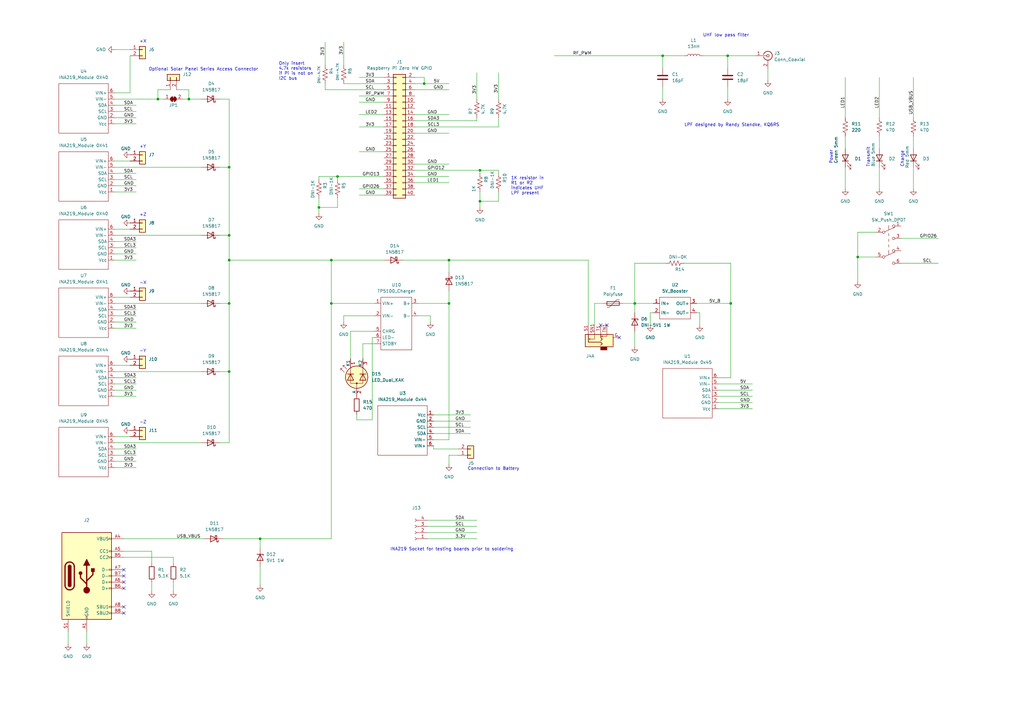
<source format=kicad_sch>
(kicad_sch (version 20230121) (generator eeschema)
  (paper "A3")
  (title_block (title "AMSAT Main Board") (company "NTUT") (comment 1 "Created from AMSAT Hardware Design V1.2"))
  (lib_symbols
    (symbol "1N5817_1" (pin_numbers hide) (pin_names (offset 1.016) hide)
      (property "Reference" "D4" (at -0.3175 -6.35 0))
      (property "Value" "1N5817" (at -0.3175 -3.81 0))
      (symbol "1N5817_1_1_1"
        (pin passive line (at -3.81 0 0) (length 2.54) (name "K") (number "1"))
        (pin passive line (at 3.81 0 180) (length 2.54) (name "A") (number "2"))
      )
    )
    (symbol "Connector:AudioJack2_Dual_Ground_Switch"
      (property "Reference" "J" (at 0 11.43 0))
      (property "Value" "AudioJack2_Dual_Ground_Switch" (at 0 8.89 0))
      (symbol "AudioJack2_Dual_Ground_Switch_1_1"
        (pin passive line (at 0 -7.62 90) (length 2.54) (name "~") (number "G"))
        (pin passive line (at 5.08 5.08 180) (length 2.54) (name "~") (number "S1"))
        (pin passive line (at 5.08 2.54 180) (length 2.54) (name "~") (number "SN1"))
        (pin passive line (at 5.08 0 180) (length 2.54) (name "~") (number "T1"))
        (pin passive line (at 5.08 -2.54 180) (length 2.54) (name "~") (number "TN1"))
      )
      (symbol "AudioJack2_Dual_Ground_Switch_2_1"
        (pin passive line (at 5.08 5.08 180) (length 2.54) (name "~") (number "S2"))
        (pin passive line (at 5.08 2.54 180) (length 2.54) (name "~") (number "SN2"))
        (pin passive line (at 5.08 0 180) (length 2.54) (name "~") (number "T2"))
        (pin passive line (at 5.08 -2.54 180) (length 2.54) (name "~") (number "TN2"))
      )
    )
    (symbol "Connector:Conn_01x04_Female" (pin_names (offset 1.016) hide)
      (property "Reference" "J" (at 0 5.08 0))
      (property "Value" "Conn_01x04_Female" (at 0 -7.62 0))
      (symbol "Conn_01x04_Female_1_1"
        (pin passive line (at -5.08 2.54 0) (length 3.81) (name "Pin_1") (number "1"))
        (pin passive line (at -5.08 0 0) (length 3.81) (name "Pin_2") (number "2"))
        (pin passive line (at -5.08 -2.54 0) (length 3.81) (name "Pin_3") (number "3"))
        (pin passive line (at -5.08 -5.08 0) (length 3.81) (name "Pin_4") (number "4"))
      )
    )
    (symbol "Connector:Conn_Coaxial" (pin_names (offset 1.016) hide)
      (property "Reference" "J" (at 0.254 3.048 0))
      (property "Value" "Conn_Coaxial" (at 2.921 0 90))
      (symbol "Conn_Coaxial_1_1"
        (pin passive line (at -5.08 0 0) (length 2.54) (name "In") (number "1"))
        (pin passive line (at 0 -5.08 90) (length 2.54) (name "Ext") (number "2"))
      )
    )
    (symbol "Connector:USB_C_Receptacle_USB2.0" (pin_names (offset 1.016))
      (property "Reference" "J" (at -10.16 19.05 0))
      (property "Value" "USB_C_Receptacle_USB2.0" (at 19.05 19.05 0))
      (symbol "USB_C_Receptacle_USB2.0_1_1"
        (pin passive line (at 0 -22.86 90) (length 5.08) (name "GND") (number "A1"))
        (pin passive line (at 0 -22.86 90) (length 5.08) hide (name "GND") (number "A12"))
        (pin passive line (at 15.24 15.24 180) (length 5.08) (name "VBUS") (number "A4"))
        (pin bidirectional line (at 15.24 10.16 180) (length 5.08) (name "CC1") (number "A5"))
        (pin bidirectional line (at 15.24 -2.54 180) (length 5.08) (name "D+") (number "A6"))
        (pin bidirectional line (at 15.24 2.54 180) (length 5.08) (name "D-") (number "A7"))
        (pin bidirectional line (at 15.24 -12.7 180) (length 5.08) (name "SBU1") (number "A8"))
        (pin passive line (at 15.24 15.24 180) (length 5.08) hide (name "VBUS") (number "A9"))
        (pin passive line (at 0 -22.86 90) (length 5.08) hide (name "GND") (number "B1"))
        (pin passive line (at 0 -22.86 90) (length 5.08) hide (name "GND") (number "B12"))
        (pin passive line (at 15.24 15.24 180) (length 5.08) hide (name "VBUS") (number "B4"))
        (pin bidirectional line (at 15.24 7.62 180) (length 5.08) (name "CC2") (number "B5"))
        (pin bidirectional line (at 15.24 -5.08 180) (length 5.08) (name "D+") (number "B6"))
        (pin bidirectional line (at 15.24 0 180) (length 5.08) (name "D-") (number "B7"))
        (pin bidirectional line (at 15.24 -15.24 180) (length 5.08) (name "SBU2") (number "B8"))
        (pin passive line (at 15.24 15.24 180) (length 5.08) hide (name "VBUS") (number "B9"))
        (pin passive line (at -7.62 -22.86 90) (length 5.08) (name "SHIELD") (number "S1"))
      )
    )
    (symbol "Connector_Generic:Conn_01x02" (pin_names (offset 1.016) hide)
      (property "Reference" "J" (at 0 2.54 0))
      (property "Value" "Conn_01x02" (at 0 -5.08 0))
      (symbol "Conn_01x02_1_1"
        (pin passive line (at -5.08 0 0) (length 3.81) (name "Pin_1") (number "1"))
        (pin passive line (at -5.08 -2.54 0) (length 3.81) (name "Pin_2") (number "2"))
      )
    )
    (symbol "Connector_Generic:Conn_02x20_Odd_Even" (pin_names (offset 1.016) hide)
      (property "Reference" "J" (at 1.27 25.4 0))
      (property "Value" "Conn_02x20_Odd_Even" (at 1.27 -27.94 0))
      (symbol "Conn_02x20_Odd_Even_1_1"
        (pin passive line (at -5.08 22.86 0) (length 3.81) (name "Pin_1") (number "1"))
        (pin passive line (at 7.62 12.7 180) (length 3.81) (name "Pin_10") (number "10"))
        (pin passive line (at -5.08 10.16 0) (length 3.81) (name "Pin_11") (number "11"))
        (pin passive line (at 7.62 10.16 180) (length 3.81) (name "Pin_12") (number "12"))
        (pin passive line (at -5.08 7.62 0) (length 3.81) (name "Pin_13") (number "13"))
        (pin passive line (at 7.62 7.62 180) (length 3.81) (name "Pin_14") (number "14"))
        (pin passive line (at -5.08 5.08 0) (length 3.81) (name "Pin_15") (number "15"))
        (pin passive line (at 7.62 5.08 180) (length 3.81) (name "Pin_16") (number "16"))
        (pin passive line (at -5.08 2.54 0) (length 3.81) (name "Pin_17") (number "17"))
        (pin passive line (at 7.62 2.54 180) (length 3.81) (name "Pin_18") (number "18"))
        (pin passive line (at -5.08 0 0) (length 3.81) (name "Pin_19") (number "19"))
        (pin passive line (at 7.62 22.86 180) (length 3.81) (name "Pin_2") (number "2"))
        (pin passive line (at 7.62 0 180) (length 3.81) (name "Pin_20") (number "20"))
        (pin passive line (at -5.08 -2.54 0) (length 3.81) (name "Pin_21") (number "21"))
        (pin passive line (at 7.62 -2.54 180) (length 3.81) (name "Pin_22") (number "22"))
        (pin passive line (at -5.08 -5.08 0) (length 3.81) (name "Pin_23") (number "23"))
        (pin passive line (at 7.62 -5.08 180) (length 3.81) (name "Pin_24") (number "24"))
        (pin passive line (at -5.08 -7.62 0) (length 3.81) (name "Pin_25") (number "25"))
        (pin passive line (at 7.62 -7.62 180) (length 3.81) (name "Pin_26") (number "26"))
        (pin passive line (at -5.08 -10.16 0) (length 3.81) (name "Pin_27") (number "27"))
        (pin passive line (at 7.62 -10.16 180) (length 3.81) (name "Pin_28") (number "28"))
        (pin passive line (at -5.08 -12.7 0) (length 3.81) (name "Pin_29") (number "29"))
        (pin passive line (at -5.08 20.32 0) (length 3.81) (name "Pin_3") (number "3"))
        (pin passive line (at 7.62 -12.7 180) (length 3.81) (name "Pin_30") (number "30"))
        (pin passive line (at -5.08 -15.24 0) (length 3.81) (name "Pin_31") (number "31"))
        (pin passive line (at 7.62 -15.24 180) (length 3.81) (name "Pin_32") (number "32"))
        (pin passive line (at -5.08 -17.78 0) (length 3.81) (name "Pin_33") (number "33"))
        (pin passive line (at 7.62 -17.78 180) (length 3.81) (name "Pin_34") (number "34"))
        (pin passive line (at -5.08 -20.32 0) (length 3.81) (name "Pin_35") (number "35"))
        (pin passive line (at 7.62 -20.32 180) (length 3.81) (name "Pin_36") (number "36"))
        (pin passive line (at -5.08 -22.86 0) (length 3.81) (name "Pin_37") (number "37"))
        (pin passive line (at 7.62 -22.86 180) (length 3.81) (name "Pin_38") (number "38"))
        (pin passive line (at -5.08 -25.4 0) (length 3.81) (name "Pin_39") (number "39"))
        (pin passive line (at 7.62 20.32 180) (length 3.81) (name "Pin_4") (number "4"))
        (pin passive line (at 7.62 -25.4 180) (length 3.81) (name "Pin_40") (number "40"))
        (pin passive line (at -5.08 17.78 0) (length 3.81) (name "Pin_5") (number "5"))
        (pin passive line (at 7.62 17.78 180) (length 3.81) (name "Pin_6") (number "6"))
        (pin passive line (at -5.08 15.24 0) (length 3.81) (name "Pin_7") (number "7"))
        (pin passive line (at 7.62 15.24 180) (length 3.81) (name "Pin_8") (number "8"))
        (pin passive line (at -5.08 12.7 0) (length 3.81) (name "Pin_9") (number "9"))
      )
    )
    (symbol "CubesatSim:5V_Booster"
      (property "Reference" "U" (at 0 0 0))
      (property "Value" "5V_Booster" (at 0 -2.54 0))
      (symbol "5V_Booster_1_1"
        (pin power_in line (at -8.89 -6.35 0) (length 2.54) (name "IN+") (number "1"))
        (pin power_in line (at -8.89 -10.16 0) (length 2.54) (name "IN-") (number "2"))
        (pin power_out line (at 8.89 -6.35 180) (length 2.54) (name "OUT+") (number "3"))
        (pin power_out line (at 8.89 -10.16 180) (length 2.54) (name "OUT-") (number "4"))
      )
    )
    (symbol "CubesatSim:INA219_Module"
      (property "Reference" "U" (at 0 0 0))
      (property "Value" "INA219_Module" (at 2.54 -7.62 0))
      (symbol "INA219_Module_1_1"
        (pin power_in line (at -3.81 -25.4 90) (length 2.54) (name "Vcc") (number "1"))
        (pin power_in line (at -1.27 -25.4 90) (length 2.54) (name "GND") (number "2"))
        (pin input line (at 1.27 -25.4 90) (length 2.54) (name "SCL") (number "3"))
        (pin bidirectional line (at 3.81 -25.4 90) (length 2.54) (name "SDA") (number "4"))
        (pin output line (at 6.35 -25.4 90) (length 2.54) (name "VIN-") (number "5"))
        (pin input line (at 8.89 -25.4 90) (length 2.54) (name "VIN+") (number "6"))
      )
    )
    (symbol "CubesatSim:TP5100_Charger"
      (property "Reference" "U" (at 0 0 0))
      (property "Value" "TP5100_Charger" (at 0 2.54 0))
      (symbol "TP5100_Charger_1_1"
        (pin power_in line (at -8.89 -5.08 0) (length 2.54) (name "VIN+") (number "1"))
        (pin power_in line (at -8.89 -10.16 0) (length 2.54) (name "VIN-") (number "2"))
        (pin power_out line (at 8.89 -5.08 180) (length 2.54) (name "B+") (number "3"))
        (pin power_out line (at 8.89 -10.16 180) (length 2.54) (name "B-") (number "4"))
        (pin output line (at -8.89 -16.51 0) (length 2.54) (name "CHRG") (number "5"))
        (pin output line (at -8.89 -19.05 0) (length 2.54) (name "LED-") (number "6"))
        (pin output line (at -8.89 -21.59 0) (length 2.54) (name "STDBY") (number "7"))
      )
    )
    (symbol "Device:C" (pin_numbers hide) (pin_names (offset 0.254))
      (property "Reference" "C" (at 0.635 2.54 0))
      (property "Value" "C" (at 0.635 -2.54 0))
      (symbol "C_1_1"
        (pin passive line (at 0 3.81 270) (length 2.794) (name "~") (number "1"))
        (pin passive line (at 0 -3.81 90) (length 2.794) (name "~") (number "2"))
      )
    )
    (symbol "Device:D_Zener" (pin_numbers hide) (pin_names (offset 1.016) hide)
      (property "Reference" "D" (at 0 2.54 0))
      (property "Value" "D_Zener" (at 0 -2.54 0))
      (symbol "D_Zener_1_1"
        (pin passive line (at -3.81 0 0) (length 2.54) (name "K") (number "1"))
        (pin passive line (at 3.81 0 180) (length 2.54) (name "A") (number "2"))
      )
    )
    (symbol "Device:L" (pin_numbers hide) (pin_names (offset 1.016) hide)
      (property "Reference" "L" (at -1.27 0 90))
      (property "Value" "L" (at 1.905 0 90))
      (symbol "L_1_1"
        (pin passive line (at 0 3.81 270) (length 1.27) (name "1") (number "1"))
        (pin passive line (at 0 -3.81 90) (length 1.27) (name "2") (number "2"))
      )
    )
    (symbol "Device:LED" (pin_numbers hide) (pin_names (offset 1.016) hide)
      (property "Reference" "D" (at 0 2.54 0))
      (property "Value" "LED" (at 0 -2.54 0))
      (symbol "LED_1_1"
        (pin passive line (at -3.81 0 0) (length 2.54) (name "K") (number "1"))
        (pin passive line (at 3.81 0 180) (length 2.54) (name "A") (number "2"))
      )
    )
    (symbol "Device:LED_Dual_KAK" (pin_names (offset 0))
      (property "Reference" "D" (at 0 5.715 0))
      (property "Value" "LED_Dual_KAK" (at 0 -6.35 0))
      (symbol "LED_Dual_KAK_1_1"
        (pin input line (at 7.62 2.54 180) (length 3.81) (name "K1") (number "1"))
        (pin input line (at -7.62 0 0) (length 3.048) (name "A") (number "2"))
        (pin input line (at 7.62 -2.54 180) (length 3.81) (name "K2") (number "3"))
      )
    )
    (symbol "Device:Polyfuse" (pin_numbers hide) (pin_names (offset 0))
      (property "Reference" "F" (at -2.54 0 90))
      (property "Value" "Polyfuse" (at 2.54 0 90))
      (symbol "Polyfuse_1_1"
        (pin passive line (at 0 3.81 270) (length 1.27) (name "~") (number "1"))
        (pin passive line (at 0 -3.81 90) (length 1.27) (name "~") (number "2"))
      )
    )
    (symbol "Device:R" (pin_numbers hide) (pin_names (offset 0))
      (property "Reference" "R" (at 2.032 0 90))
      (property "Value" "R" (at 0 0 90))
      (symbol "R_1_1"
        (pin passive line (at 0 3.81 270) (length 1.27) (name "~") (number "1"))
        (pin passive line (at 0 -3.81 90) (length 1.27) (name "~") (number "2"))
      )
    )
    (symbol "Device:R_US" (pin_numbers hide) (pin_names (offset 0))
      (property "Reference" "R" (at 2.54 0 90))
      (property "Value" "R_US" (at -2.54 0 90))
      (symbol "R_US_1_1"
        (pin passive line (at 0 3.81 270) (length 1.27) (name "~") (number "1"))
        (pin passive line (at 0 -3.81 90) (length 1.27) (name "~") (number "2"))
      )
    )
    (symbol "Diode:1N5817" (pin_numbers hide) (pin_names (offset 1.016) hide)
      (property "Reference" "D" (at 0 2.54 0))
      (property "Value" "1N5817" (at 0 -2.54 0))
      (symbol "1N5817_1_1"
        (pin passive line (at -3.81 0 0) (length 2.54) (name "K") (number "1"))
        (pin passive line (at 3.81 0 180) (length 2.54) (name "A") (number "2"))
      )
    )
    (symbol "Jumper:SolderJumper_2_Bridged" (pin_names (offset 0) hide)
      (property "Reference" "JP" (at 0 2.032 0))
      (property "Value" "SolderJumper_2_Bridged" (at 0 -2.54 0))
      (symbol "SolderJumper_2_Bridged_1_1"
        (pin passive line (at -3.81 0 0) (length 2.54) (name "A") (number "1"))
        (pin passive line (at 3.81 0 180) (length 2.54) (name "B") (number "2"))
      )
    )
    (symbol "Switch:SW_Push_DPDT" (pin_names (offset 0) hide)
      (property "Reference" "SW" (at 0 8.89 0))
      (property "Value" "SW_Push_DPDT" (at 0 -10.16 0))
      (symbol "SW_Push_DPDT_1_1"
        (pin passive line (at 5.08 7.62 180) (length 2.54) (name "A") (number "1"))
        (pin passive line (at -5.08 5.08 0) (length 2.54) (name "B") (number "2"))
        (pin passive line (at 5.08 2.54 180) (length 2.54) (name "C") (number "3"))
        (pin passive line (at 5.08 -2.54 180) (length 2.54) (name "A") (number "4"))
        (pin passive line (at -5.08 -5.08 0) (length 2.54) (name "B") (number "5"))
        (pin passive line (at 5.08 -7.62 180) (length 2.54) (name "C") (number "6"))
      )
    )
    (symbol "power:GND" (power) (pin_names (offset 0))
      (property "Value" "GND" (at 0 -3.81 0))
      (symbol "GND_1_1"
        (pin power_in line (at 0 0 270) (length 0) hide (name "GND") (number "1"))
      )
    )
  )
  (junction (at 299.72 124.46))
  (junction (at 106.68 220.98))
  (junction (at 93.98 68.58))
  (junction (at 93.98 106.68))
  (junction (at 93.98 152.4))
  (junction (at 130.81 85.09))
  (junction (at 271.78 22.86))
  (junction (at 138.43 72.39))
  (junction (at 135.89 124.46))
  (junction (at 77.47 40.64))
  (junction (at 351.79 105.41))
  (junction (at 64.77 40.64))
  (junction (at 184.15 106.68))
  (junction (at 135.89 106.68))
  (junction (at 260.35 124.46))
  (junction (at 173.99 34.29))
  (junction (at 298.45 22.86))
  (junction (at 93.98 124.46))
  (junction (at 184.15 124.46))
  (junction (at 93.98 96.52))
  (junction (at 196.85 69.85))
  (junction (at 196.85 82.55))
  (no_connect (at 50.8 238.76))
  (no_connect (at 50.8 236.22))
  (no_connect (at 50.8 248.92))
  (no_connect (at 254 138.43))
  (no_connect (at 50.8 233.68))
  (no_connect (at 246.38 133.35))
  (no_connect (at 50.8 251.46))
  (no_connect (at 248.92 133.35))
  (no_connect (at 50.8 241.3))
  (wire (pts (xy 196.85 69.85) (xy 196.85 71.12)))
  (wire (pts (xy 138.43 85.09) (xy 138.43 81.28)))
  (wire (pts (xy 106.68 220.98) (xy 106.68 224.79)))
  (wire (pts (xy 171.45 129.54) (xy 176.53 129.54)))
  (wire (pts (xy 135.89 124.46) (xy 153.67 124.46)))
  (wire (pts (xy 294.64 154.94) (xy 299.72 154.94)))
  (wire (pts (xy 148.844 140.97) (xy 153.67 140.97)))
  (wire (pts (xy 177.8 184.15) (xy 177.8 182.88)))
  (wire (pts (xy 46.99 96.52) (xy 82.55 96.52)))
  (wire (pts (xy 133.35 17.272) (xy 133.35 26.67)))
  (wire (pts (xy 62.23 238.76) (xy 62.23 242.57)))
  (wire (pts (xy 369.57 97.79) (xy 384.81 97.79)))
  (wire (pts (xy 53.34 22.86) (xy 53.34 38.1)))
  (wire (pts (xy 93.98 40.64) (xy 90.17 40.64)))
  (wire (pts (xy 175.26 213.36) (xy 195.58 213.36)))
  (wire (pts (xy 147.32 39.37) (xy 157.48 39.37)))
  (wire (pts (xy 346.71 55.88) (xy 346.71 60.96)))
  (wire (pts (xy 360.68 68.58) (xy 360.68 77.47)))
  (wire (pts (xy 46.99 45.72) (xy 55.88 45.72)))
  (wire (pts (xy 299.72 124.46) (xy 299.72 154.94)))
  (wire (pts (xy 130.81 81.28) (xy 130.81 85.09)))
  (wire (pts (xy 71.12 238.76) (xy 71.12 242.57)))
  (wire (pts (xy 351.79 105.41) (xy 359.41 105.41)))
  (wire (pts (xy 165.354 106.68) (xy 184.15 106.68)))
  (wire (pts (xy 170.18 72.39) (xy 184.15 72.39)))
  (wire (pts (xy 271.78 27.94) (xy 271.78 22.86)))
  (wire (pts (xy 135.89 106.68) (xy 135.89 124.46)))
  (wire (pts (xy 266.7 133.35) (xy 266.7 128.27)))
  (wire (pts (xy 177.8 180.34) (xy 184.15 180.34)))
  (wire (pts (xy 170.18 52.07) (xy 204.47 52.07)))
  (wire (pts (xy 184.15 106.68) (xy 241.3 106.68)))
  (wire (pts (xy 143.764 135.89) (xy 153.67 135.89)))
  (wire (pts (xy 77.47 40.64) (xy 82.55 40.64)))
  (wire (pts (xy 64.77 36.83) (xy 64.77 40.64)))
  (wire (pts (xy 227.33 22.86) (xy 271.78 22.86)))
  (wire (pts (xy 175.26 215.9) (xy 195.58 215.9)))
  (wire (pts (xy 260.35 135.89) (xy 260.35 142.24)))
  (wire (pts (xy 147.32 31.75) (xy 157.48 31.75)))
  (wire (pts (xy 138.43 72.39) (xy 157.48 72.39)))
  (wire (pts (xy 280.67 107.95) (xy 299.72 107.95)))
  (wire (pts (xy 173.99 31.75) (xy 173.99 34.29)))
  (wire (pts (xy 46.99 134.62) (xy 55.88 134.62)))
  (wire (pts (xy 170.18 49.53) (xy 195.58 49.53)))
  (wire (pts (xy 287.02 128.27) (xy 287.02 133.35)))
  (wire (pts (xy 360.68 55.88) (xy 360.68 60.96)))
  (wire (pts (xy 140.97 17.272) (xy 140.97 26.67)))
  (wire (pts (xy 298.45 35.56) (xy 298.45 40.64)))
  (wire (pts (xy 146.304 169.926) (xy 146.304 172.212)))
  (wire (pts (xy 196.85 69.85) (xy 204.47 69.85)))
  (wire (pts (xy 195.58 48.26) (xy 195.58 49.53)))
  (wire (pts (xy 285.75 128.27) (xy 287.02 128.27)))
  (wire (pts (xy 196.85 82.55) (xy 196.85 85.09)))
  (wire (pts (xy 46.99 157.48) (xy 55.88 157.48)))
  (wire (pts (xy 90.17 68.58) (xy 93.98 68.58)))
  (wire (pts (xy 177.8 177.8) (xy 193.04 177.8)))
  (wire (pts (xy 374.65 68.58) (xy 374.65 77.47)))
  (wire (pts (xy 46.99 43.18) (xy 55.88 43.18)))
  (wire (pts (xy 130.81 72.39) (xy 130.81 73.66)))
  (wire (pts (xy 53.34 121.92) (xy 46.99 121.92)))
  (wire (pts (xy 285.75 124.46) (xy 299.72 124.46)))
  (wire (pts (xy 351.79 105.41) (xy 351.79 115.57)))
  (wire (pts (xy 173.99 34.29) (xy 184.15 34.29)))
  (wire (pts (xy 69.85 36.83) (xy 64.77 36.83)))
  (wire (pts (xy 184.15 186.69) (xy 187.96 186.69)))
  (wire (pts (xy 157.48 80.01) (xy 147.32 80.01)))
  (wire (pts (xy 46.99 106.68) (xy 55.88 106.68)))
  (wire (pts (xy 294.64 160.02) (xy 308.61 160.02)))
  (wire (pts (xy 294.64 165.1) (xy 308.61 165.1)))
  (wire (pts (xy 50.8 220.98) (xy 83.82 220.98)))
  (wire (pts (xy 271.78 35.56) (xy 271.78 40.64)))
  (wire (pts (xy 299.72 107.95) (xy 299.72 124.46)))
  (wire (pts (xy 173.99 34.29) (xy 170.18 34.29)))
  (wire (pts (xy 374.65 31.75) (xy 374.65 48.26)))
  (wire (pts (xy 346.71 31.75) (xy 346.71 48.26)))
  (wire (pts (xy 46.99 189.23) (xy 55.88 189.23)))
  (wire (pts (xy 106.68 232.41) (xy 106.68 240.03)))
  (wire (pts (xy 62.23 226.06) (xy 62.23 231.14)))
  (wire (pts (xy 153.67 138.43) (xy 152.654 138.43)))
  (wire (pts (xy 260.35 124.46) (xy 267.97 124.46)))
  (wire (pts (xy 46.99 76.2) (xy 55.88 76.2)))
  (wire (pts (xy 90.17 124.46) (xy 93.98 124.46)))
  (wire (pts (xy 184.15 106.68) (xy 184.15 111.633)))
  (wire (pts (xy 93.98 181.61) (xy 93.98 152.4)))
  (wire (pts (xy 46.99 132.08) (xy 55.88 132.08)))
  (wire (pts (xy 255.27 124.46) (xy 260.35 124.46)))
  (wire (pts (xy 53.34 149.86) (xy 46.99 149.86)))
  (wire (pts (xy 152.654 172.212) (xy 146.304 172.212)))
  (wire (pts (xy 294.64 162.56) (xy 308.61 162.56)))
  (wire (pts (xy 184.15 119.253) (xy 184.15 124.46)))
  (wire (pts (xy 196.85 82.55) (xy 204.47 82.55)))
  (wire (pts (xy 147.32 41.91) (xy 157.48 41.91)))
  (wire (pts (xy 175.26 220.98) (xy 195.58 220.98)))
  (wire (pts (xy 170.18 67.31) (xy 184.15 67.31)))
  (wire (pts (xy 177.8 172.72) (xy 193.04 172.72)))
  (wire (pts (xy 46.99 68.58) (xy 82.55 68.58)))
  (wire (pts (xy 91.44 220.98) (xy 106.68 220.98)))
  (wire (pts (xy 46.99 78.74) (xy 55.88 78.74)))
  (wire (pts (xy 298.45 22.86) (xy 309.88 22.86)))
  (wire (pts (xy 130.81 85.09) (xy 130.81 87.63)))
  (wire (pts (xy 351.79 95.25) (xy 351.79 105.41)))
  (wire (pts (xy 93.98 106.68) (xy 135.89 106.68)))
  (wire (pts (xy 93.98 96.52) (xy 93.98 68.58)))
  (wire (pts (xy 90.17 152.4) (xy 93.98 152.4)))
  (wire (pts (xy 147.32 77.47) (xy 157.48 77.47)))
  (wire (pts (xy 170.18 74.93) (xy 184.15 74.93)))
  (wire (pts (xy 93.98 68.58) (xy 93.98 40.64)))
  (wire (pts (xy 90.17 96.52) (xy 93.98 96.52)))
  (wire (pts (xy 46.99 160.02) (xy 55.88 160.02)))
  (wire (pts (xy 170.18 46.99) (xy 184.15 46.99)))
  (wire (pts (xy 53.34 38.1) (xy 46.99 38.1)))
  (wire (pts (xy 46.99 48.26) (xy 55.88 48.26)))
  (wire (pts (xy 170.18 31.75) (xy 173.99 31.75)))
  (wire (pts (xy 53.34 66.04) (xy 46.99 66.04)))
  (wire (pts (xy 177.8 184.15) (xy 187.96 184.15)))
  (wire (pts (xy 346.71 68.58) (xy 346.71 77.47)))
  (wire (pts (xy 153.67 129.54) (xy 140.97 129.54)))
  (wire (pts (xy 46.99 191.77) (xy 55.88 191.77)))
  (wire (pts (xy 273.05 107.95) (xy 260.35 107.95)))
  (wire (pts (xy 196.85 78.74) (xy 196.85 82.55)))
  (wire (pts (xy 171.45 124.46) (xy 184.15 124.46)))
  (wire (pts (xy 184.15 190.5) (xy 184.15 186.69)))
  (wire (pts (xy 46.99 162.56) (xy 55.88 162.56)))
  (wire (pts (xy 46.99 71.12) (xy 55.88 71.12)))
  (wire (pts (xy 177.8 170.18) (xy 193.04 170.18)))
  (wire (pts (xy 46.99 152.4) (xy 82.55 152.4)))
  (wire (pts (xy 53.34 93.98) (xy 46.99 93.98)))
  (wire (pts (xy 359.41 95.25) (xy 351.79 95.25)))
  (wire (pts (xy 243.84 133.35) (xy 243.84 124.46)))
  (wire (pts (xy 133.35 36.83) (xy 157.48 36.83)))
  (wire (pts (xy 360.68 31.75) (xy 360.68 48.26)))
  (wire (pts (xy 93.98 106.68) (xy 93.98 96.52)))
  (wire (pts (xy 140.97 34.29) (xy 157.48 34.29)))
  (wire (pts (xy 204.47 82.55) (xy 204.47 78.74)))
  (wire (pts (xy 135.89 124.46) (xy 135.89 220.98)))
  (wire (pts (xy 148.844 147.066) (xy 148.844 140.97)))
  (wire (pts (xy 46.99 129.54) (xy 55.88 129.54)))
  (wire (pts (xy 50.8 228.6) (xy 71.12 228.6)))
  (wire (pts (xy 74.93 40.64) (xy 77.47 40.64)))
  (wire (pts (xy 130.81 72.39) (xy 138.43 72.39)))
  (wire (pts (xy 294.64 157.48) (xy 308.61 157.48)))
  (wire (pts (xy 241.3 106.68) (xy 241.3 133.35)))
  (wire (pts (xy 46.99 50.8) (xy 55.88 50.8)))
  (wire (pts (xy 374.65 55.88) (xy 374.65 60.96)))
  (wire (pts (xy 46.99 104.14) (xy 55.88 104.14)))
  (wire (pts (xy 176.53 129.54) (xy 176.53 132.08)))
  (wire (pts (xy 46.99 127) (xy 55.88 127)))
  (wire (pts (xy 204.47 69.85) (xy 204.47 71.12)))
  (wire (pts (xy 46.99 99.06) (xy 55.88 99.06)))
  (wire (pts (xy 77.47 36.83) (xy 77.47 40.64)))
  (wire (pts (xy 170.18 69.85) (xy 196.85 69.85)))
  (wire (pts (xy 195.58 29.845) (xy 195.58 40.64)))
  (wire (pts (xy 147.32 62.23) (xy 157.48 62.23)))
  (wire (pts (xy 143.764 147.066) (xy 143.764 135.89)))
  (wire (pts (xy 369.57 107.95) (xy 384.81 107.95)))
  (wire (pts (xy 314.96 27.94) (xy 314.96 33.02)))
  (wire (pts (xy 27.94 259.08) (xy 27.94 264.16)))
  (wire (pts (xy 152.654 138.43) (xy 152.654 172.212)))
  (wire (pts (xy 90.17 181.61) (xy 93.98 181.61)))
  (wire (pts (xy 170.18 54.61) (xy 184.15 54.61)))
  (wire (pts (xy 46.99 184.15) (xy 55.88 184.15)))
  (wire (pts (xy 106.68 220.98) (xy 135.89 220.98)))
  (wire (pts (xy 133.35 36.83) (xy 133.35 34.29)))
  (wire (pts (xy 271.78 22.86) (xy 280.67 22.86)))
  (wire (pts (xy 46.99 101.6) (xy 55.88 101.6)))
  (wire (pts (xy 46.99 73.66) (xy 55.88 73.66)))
  (wire (pts (xy 170.18 36.83) (xy 184.15 36.83)))
  (wire (pts (xy 64.77 40.64) (xy 67.31 40.64)))
  (wire (pts (xy 135.89 106.68) (xy 157.734 106.68)))
  (wire (pts (xy 204.47 29.845) (xy 204.47 40.64)))
  (wire (pts (xy 175.26 218.44) (xy 195.58 218.44)))
  (wire (pts (xy 147.32 52.07) (xy 157.48 52.07)))
  (wire (pts (xy 46.99 40.64) (xy 64.77 40.64)))
  (wire (pts (xy 46.99 186.69) (xy 55.88 186.69)))
  (wire (pts (xy 204.47 48.26) (xy 204.47 52.07)))
  (wire (pts (xy 266.7 128.27) (xy 267.97 128.27)))
  (wire (pts (xy 46.99 181.61) (xy 82.55 181.61)))
  (wire (pts (xy 46.99 124.46) (xy 82.55 124.46)))
  (wire (pts (xy 147.32 46.99) (xy 157.48 46.99)))
  (wire (pts (xy 294.64 167.64) (xy 308.61 167.64)))
  (wire (pts (xy 93.98 124.46) (xy 93.98 106.68)))
  (wire (pts (xy 46.99 20.32) (xy 53.34 20.32)))
  (wire (pts (xy 177.8 175.26) (xy 193.04 175.26)))
  (wire (pts (xy 46.99 154.94) (xy 55.88 154.94)))
  (wire (pts (xy 35.56 259.08) (xy 35.56 264.16)))
  (wire (pts (xy 298.45 22.86) (xy 298.45 27.94)))
  (wire (pts (xy 243.84 124.46) (xy 247.65 124.46)))
  (wire (pts (xy 260.35 124.46) (xy 260.35 128.27)))
  (wire (pts (xy 140.97 129.54) (xy 140.97 132.08)))
  (wire (pts (xy 288.29 22.86) (xy 298.45 22.86)))
  (wire (pts (xy 260.35 107.95) (xy 260.35 124.46)))
  (wire (pts (xy 93.98 152.4) (xy 93.98 124.46)))
  (wire (pts (xy 53.34 179.07) (xy 46.99 179.07)))
  (wire (pts (xy 130.81 85.09) (xy 138.43 85.09)))
  (wire (pts (xy 184.15 124.46) (xy 184.15 180.34)))
  (wire (pts (xy 71.12 228.6) (xy 71.12 231.14)))
  (wire (pts (xy 138.43 72.39) (xy 138.43 73.66)))
  (wire (pts (xy 72.39 36.83) (xy 77.47 36.83)))
  (wire (pts (xy 50.8 226.06) (xy 62.23 226.06)))
  (text "Power" (at 341.63 67.31 90) (effects (font (size 1.27 1.27)) (justify left bottom)))
  (text "LPF designed by Randy Standke, KQ6RS" (at 280.67 52.07 0) (effects (font (size 1.27 1.27)) (justify left bottom)))
  (text "UHF low pass filter\n" (at 288.29 15.24 0) (effects (font (size 1.27 1.27)) (justify left bottom)))
  (text "Optional Solar Panel Series Access Connector" (at 60.96 29.21 0) (effects (font (size 1.27 1.27)) (justify left bottom)))
  (text "Transmit" (at 356.87 68.58 90) (effects (font (size 1.27 1.27)) (justify left bottom)))
  (text "INA219 Socket for testing boards prior to soldering" (at 160.02 226.06 0) (effects (font (size 1.27 1.27)) (justify left bottom)))
  (text "1K resistor in\nR1 or R2\nindicates UHF\nLPF present" (at 209.55 80.01 0) (effects (font (size 1.27 1.27)) (justify left bottom)))
  (text "-Z" (at 57.15 173.99 0) (effects (font (size 1.27 1.27)) (justify left bottom)))
  (text "-Y" (at 57.15 144.78 0) (effects (font (size 1.27 1.27)) (justify left bottom)))
  (text "+X" (at 57.15 17.78 0) (effects (font (size 1.27 1.27)) (justify left bottom)))
  (text "+Y" (at 57.15 60.96 0) (effects (font (size 1.27 1.27)) (justify left bottom)))
  (text "Only insert\n4.7k resistors\nif Pi is not on\nI2C bus" (at 114.3 33.02 0) (effects (font (size 1.27 1.27)) (justify left bottom)))
  (text "Charge" (at 370.84 68.58 90) (effects (font (size 1.27 1.27)) (justify left bottom)))
  (text "-X" (at 57.15 116.84 0) (effects (font (size 1.27 1.27)) (justify left bottom)))
  (text "Connection to Battery" (at 191.77 193.04 0) (effects (font (size 1.27 1.27)) (justify left bottom)))
  (text "+Z" (at 57.15 88.9 0) (effects (font (size 1.27 1.27)) (justify left bottom)))
  (label "3V3" (at 50.8 106.68 0))
  (label "SDA" (at 303.53 160.02 0))
  (label "GND" (at 50.8 132.08 0))
  (label "3V3" (at 50.8 162.56 0))
  (label "GND" (at 175.26 72.39 0))
  (label "GND" (at 186.69 218.44 0))
  (label "SDA" (at 50.8 43.18 0))
  (label "3V3" (at 149.86 31.75 0))
  (label "SDA" (at 50.8 71.12 0))
  (label "SCL" (at 186.69 215.9 0))
  (label "USB_VBUS" (at 72.39 220.98 0))
  (label "SCL" (at 186.69 175.26 0))
  (label "5V_B" (at 290.83 124.46 0))
  (label "SCL" (at 149.86 36.83 0))
  (label "SCL3" (at 50.8 186.69 0))
  (label "3V3" (at 149.86 52.07 0))
  (label "GPIO26" (at 148.59 77.47 0))
  (label "GND" (at 177.8 36.83 0))
  (label "3V3" (at 133.35 22.86 90))
  (label "LED2" (at 149.86 46.99 0))
  (label "SDA" (at 149.86 34.29 0))
  (label "5V" (at 303.53 157.48 0))
  (label "3V3" (at 50.8 50.8 0))
  (label "3V3" (at 195.58 38.608 90))
  (label "SDA3" (at 50.8 184.15 0))
  (label "SCL" (at 303.53 162.56 0))
  (label "3.3V" (at 186.69 220.98 0))
  (label "GPIO13" (at 148.59 72.39 0))
  (label "5V" (at 177.8 34.29 0))
  (label "3V3" (at 50.8 191.77 0))
  (label "GND" (at 149.86 80.01 0))
  (label "3V3" (at 50.8 78.74 0))
  (label "3V3" (at 50.8 134.62 0))
  (label "USB_VBUS" (at 374.65 46.99 90))
  (label "GND" (at 175.26 67.31 0))
  (label "GND" (at 303.53 165.1 0))
  (label "3V3" (at 140.97 22.479 90))
  (label "RF_PWM" (at 234.95 22.86 0))
  (label "GND" (at 50.8 104.14 0))
  (label "SDA" (at 186.69 177.8 0))
  (label "SDA3" (at 50.8 127 0))
  (label "GND" (at 175.26 54.61 0))
  (label "LED2" (at 360.68 44.45 90))
  (label "GND" (at 50.8 189.23 0))
  (label "SCL3" (at 50.8 129.54 0))
  (label "RF_PWM" (at 149.86 39.37 0))
  (label "SCL" (at 50.8 73.66 0))
  (label "SDA3" (at 50.8 154.94 0))
  (label "SCL3" (at 50.8 157.48 0))
  (label "GPIO26" (at 377.19 97.79 0))
  (label "GND" (at 50.8 76.2 0))
  (label "3V3" (at 303.53 167.64 0))
  (label "GND" (at 50.8 48.26 0))
  (label "3V3" (at 204.47 38.227 90))
  (label "SCL" (at 50.8 45.72 0))
  (label "SCL3" (at 175.26 52.07 0))
  (label "GPIO12" (at 175.26 69.85 0))
  (label "3V3" (at 186.69 170.18 0))
  (label "LED1" (at 346.71 44.45 90))
  (label "SCL" (at 378.46 107.95 0))
  (label "GND" (at 149.86 62.23 0))
  (label "SCL3" (at 50.8 101.6 0))
  (label "GND" (at 175.26 46.99 0))
  (label "SDA3" (at 175.26 49.53 0))
  (label "LED1" (at 175.26 74.93 0))
  (label "GND" (at 186.69 172.72 0))
  (label "GND" (at 50.8 160.02 0))
  (label "SDA" (at 186.69 213.36 0))
  (label "GND" (at 149.86 41.91 0))
  (label "SDA3" (at 50.8 99.06 0))
  (symbol (lib_id "Device:Polyfuse") (at 251.46 124.46 270) (unit 1)
    (property "Reference" "F1" (at 251.46 118.11 90))
    (property "Value" "Polyfuse" (at 251.46 120.65 90))
    (property "Footprint" "Fuse:Fuse_1812_4532Metric" (effects hide))
  )
  (symbol (lib_id "Connector:USB_C_Receptacle_USB2.0") (at 35.56 236.22 0) (unit 1)
    (property "Reference" "J2" (at 35.56 213.36 0))
    (property "Value" "USB_C_Receptacle_USB2.0" (effects hide))
    (property "Footprint" "Connector_USB:USB_C_Receptacle_GCT_USB4105-xx-A_16P_TopMnt_Horizontal" (effects hide))
    (property "Datasheet" "https://www.usb.org/sites/default/files/documents/usb_type-c.zip" (effects hide))
  )
  (symbol (lib_id "Device:D_Zener") (at 260.35 132.08 270) (unit 1)
    (property "Reference" "D6" (at 262.89 130.8099 90) (effects (justify left)))
    (property "Value" "DNI-5V1 1W" (at 262.89 133.3499 90) (effects (justify left)))
    (property "Footprint" "CubeSatSim:1N5817" (effects hide))
  )
  (symbol (lib_id "Device:LED") (at 374.65 64.77 90) (unit 1)
    (property "Reference" "D3" (at 378.46 65.0874 90) (effects (justify right)))
    (property "Value" "Red 5mm" (at 372.11 59.69 0) (effects (justify right)))
    (property "Footprint" "LED_THT:LED_D5.0mm" (effects hide))
  )
  (symbol (lib_id "Device:R_US") (at 140.97 30.48 0) (unit 1)
    (property "Reference" "R6" (at 143.51 30.48 90) (effects (justify left)))
    (property "Value" "DNI-4.7K" (at 138.43 33.02 90) (effects (font (size 1 1)) (justify left)))
    (property "Footprint" "Resistor_THT:R_Axial_DIN0204_L3.6mm_D1.6mm_P2.54mm_Vertical" (effects hide))
  )
  (symbol (lib_id "Connector_Generic:Conn_01x02") (at 193.04 186.69 0) (mirror x) (unit 1)
    (property "Reference" "J5" (at 193.2178 189.9666 0))
    (property "Value" "Conn_01x02" (effects hide))
    (property "Footprint" "Connector_JST:JST_PH_B2B-PH-K_1x02_P2.00mm_Vertical" (effects hide))
  )
  (symbol (lib_id "CubesatSim:INA219_Module") (at 21.59 46.99 90) (unit 1)
    (property "Reference" "U4" (at 34.29 29.21 90))
    (property "Value" "INA219_Module 0X40" (at 34.29 31.75 90))
    (property "Footprint" "Library:INA219_Small" (effects hide))
  )
  (symbol (lib_id "Device:R") (at 62.23 234.95 180) (unit 1)
    (property "Reference" "R1" (at 64.77 233.6799 0) (effects (justify right)))
    (property "Value" "5.1K" (at 64.77 236.22 0) (effects (justify right)))
    (property "Footprint" "Resistor_SMD:R_0603_1608Metric" (effects hide))
  )
  (symbol (lib_id "Device:R_US") (at 374.65 52.07 0) (unit 1)
    (property "Reference" "R13" (at 377.19 50.8 0) (effects (justify left)))
    (property "Value" "470" (at 377.19 53.34 0) (effects (justify left)))
    (property "Footprint" "Resistor_THT:R_Axial_DIN0204_L3.6mm_D1.6mm_P2.54mm_Vertical" (effects hide))
  )
  (symbol (lib_id "Diode:1N5817") (at 86.36 152.4 180) (unit 1)
    (property "Reference" "D9" (at 86.6775 146.05 0))
    (property "Value" "1N5817" (at 86.6775 148.59 0))
    (property "Footprint" "Library:SS14" (effects hide))
    (property "Datasheet" "http://www.vishay.com/docs/88525/1n5817.pdf" (effects hide))
  )
  (symbol (lib_id "power:GND") (at 196.85 85.09 0) (unit 1)
    (property "Reference" "#PWR0104" (effects hide))
    (property "Value" "GND" (at 196.85 90.17 0))
  )
  (symbol (lib_id "Device:R_US") (at 130.81 77.47 0) (unit 1)
    (property "Reference" "R3" (at 133.35 77.47 90) (effects (justify left)))
    (property "Value" "DNI-1K" (at 128.27 81.28 90) (effects (justify left)))
    (property "Footprint" "Resistor_THT:R_Axial_DIN0204_L3.6mm_D1.6mm_P2.54mm_Vertical" (effects hide))
  )
  (symbol (lib_id "Device:R") (at 146.304 166.116 180) (unit 1)
    (property "Reference" "R15" (at 148.844 164.846 0) (effects (justify right)))
    (property "Value" "470" (at 148.844 167.386 0) (effects (justify right)))
    (property "Footprint" "Resistor_SMD:R_0603_1608Metric" (effects hide))
  )
  (symbol (lib_id "power:GND") (at 46.99 20.32 270) (unit 1)
    (property "Reference" "#PWR0122" (effects hide))
    (property "Value" "GND" (at 39.37 20.32 90) (effects (justify left)))
  )
  (symbol (lib_id "Connector_Generic:Conn_02x20_Odd_Even") (at 162.56 54.61 0) (unit 1)
    (property "Reference" "J1" (at 163.83 25.4 0))
    (property "Value" "Raspberry Pi Zero HW GPIO" (at 163.83 27.94 0))
    (property "Footprint" "Connector_PinSocket_2.54mm:PinSocket_2x20_P2.54mm_Vertical" (effects hide))
  )
  (symbol (lib_id "Diode:1N5817") (at 86.36 96.52 180) (unit 1)
    (property "Reference" "D7" (at 86.6775 90.17 0))
    (property "Value" "1N5817" (at 86.6775 92.71 0))
    (property "Footprint" "Library:SS14" (effects hide))
    (property "Datasheet" "http://www.vishay.com/docs/88525/1n5817.pdf" (effects hide))
  )
  (symbol (lib_id "Device:R_US") (at 204.47 74.93 0) (unit 1)
    (property "Reference" "R10" (at 207.01 74.93 90) (effects (justify left)))
    (property "Value" "DNI-1K" (at 201.93 77.47 90) (effects (justify left)))
    (property "Footprint" "Resistor_SMD:R_0603_1608Metric" (effects hide))
  )
  (symbol (lib_id "power:GND") (at 53.34 176.53 270) (unit 1)
    (property "Reference" "#PWR0120" (effects hide))
    (property "Value" "GND" (at 49.53 173.99 90) (effects (justify left)))
  )
  (symbol (lib_id "CubesatSim:INA219_Module") (at 21.59 158.75 90) (unit 1)
    (property "Reference" "U8" (at 34.29 140.97 90))
    (property "Value" "INA219_Module 0X44" (at 34.29 143.51 90))
    (property "Footprint" "Library:INA219_Small" (effects hide))
  )
  (symbol (lib_id "power:GND") (at 27.94 264.16 0) (unit 1)
    (property "Reference" "#PWR01" (effects hide))
    (property "Value" "GND" (at 27.94 269.24 0))
  )
  (symbol (lib_id "Connector_Generic:Conn_01x02") (at 58.42 119.38 0) (unit 1)
    (property "Reference" "J9" (at 60.96 119.3799 0) (effects (justify left)))
    (property "Value" "Conn_01x02" (effects hide))
    (property "Footprint" "Connector_JST:JST_PH_B2B-PH-K_1x02_P2.00mm_Vertical" (effects hide))
  )
  (symbol (lib_id "Device:LED") (at 346.71 64.77 90) (unit 1)
    (property "Reference" "D1" (at 350.52 65.0874 90) (effects (justify right)))
    (property "Value" "Green 5mm" (at 342.9 55.88 0) (effects (justify right)))
    (property "Footprint" "LED_THT:LED_D5.0mm" (effects hide))
  )
  (symbol (lib_id "Jumper:SolderJumper_2_Bridged") (at 71.12 40.64 0) (unit 1)
    (property "Reference" "JP1" (at 71.12 43.18 0))
    (property "Value" "SolderJumper_2_Bridged" (effects hide))
    (property "Footprint" "Jumper:SolderJumper-2_P1.3mm_Bridged_Pad1.0x1.5mm" (effects hide))
  )
  (symbol (lib_id "Device:R_US") (at 276.86 107.95 270) (unit 1)
    (property "Reference" "R14" (at 276.86 110.49 90) (effects (justify left)))
    (property "Value" "DNI-0K" (at 274.32 105.41 90) (effects (justify left)))
    (property "Footprint" "Resistor_SMD:R_0805_2012Metric" (effects hide))
  )
  (symbol (lib_id "power:GND") (at 53.34 119.38 270) (unit 1)
    (property "Reference" "#PWR0119" (effects hide))
    (property "Value" "GND" (at 49.53 116.84 90) (effects (justify left)))
  )
  (symbol (lib_id "Device:R_US") (at 196.85 74.93 0) (unit 1)
    (property "Reference" "R8" (at 199.39 74.93 90) (effects (justify left)))
    (property "Value" "1K" (at 194.31 78.74 90) (effects (justify left)))
    (property "Footprint" "Resistor_THT:R_Axial_DIN0204_L3.6mm_D1.6mm_P2.54mm_Vertical" (effects hide))
  )
  (symbol (lib_id "Device:R_US") (at 133.35 30.48 0) (unit 1)
    (property "Reference" "R4" (at 135.89 30.48 90) (effects (justify left)))
    (property "Value" "DNI-4.7K" (at 130.81 34.29 90) (effects (font (size 1 1)) (justify left)))
    (property "Footprint" "Resistor_THT:R_Axial_DIN0204_L3.6mm_D1.6mm_P2.54mm_Vertical" (effects hide))
  )
  (symbol (lib_id "power:GND") (at 53.34 147.32 270) (unit 1)
    (property "Reference" "#PWR0121" (effects hide))
    (property "Value" "GND" (at 49.53 144.78 90) (effects (justify left)))
  )
  (symbol (lib_id "Connector:Conn_Coaxial") (at 314.96 22.86 0) (unit 1)
    (property "Reference" "J3" (at 317.5 21.8831 0) (effects (justify left)))
    (property "Value" "Conn_Coaxial" (at 317.5 24.4231 0) (effects (justify left)))
    (property "Footprint" "Library:AMSAT_SMA_Vertical" (effects hide))
    (property "Datasheet" " ~" (effects hide))
  )
  (symbol (lib_id "Diode:1N5817") (at 87.63 220.98 180) (unit 1)
    (property "Reference" "D11" (at 87.9475 214.63 0))
    (property "Value" "1N5817" (at 87.9475 217.17 0))
    (property "Footprint" "Library:SS14" (effects hide))
    (property "Datasheet" "http://www.vishay.com/docs/88525/1n5817.pdf" (effects hide))
  )
  (symbol (lib_id "power:GND") (at 346.71 77.47 0) (unit 1)
    (property "Reference" "#PWR0112" (effects hide))
    (property "Value" "GND" (at 346.71 82.55 0))
  )
  (symbol (lib_id "CubesatSim:INA219_Module") (at 21.59 102.87 90) (unit 1)
    (property "Reference" "U6" (at 34.29 85.09 90))
    (property "Value" "INA219_Module 0X40" (at 34.29 87.63 90))
    (property "Footprint" "Library:INA219_Small" (effects hide))
  )
  (symbol (lib_id "Connector_Generic:Conn_01x02") (at 69.85 31.75 90) (unit 1)
    (property "Reference" "J12" (at 74.93 30.4799 90) (effects (justify right)))
    (property "Value" "Conn_01x02" (effects hide))
    (property "Footprint" "Connector_JST:JST_PH_B2B-PH-K_1x02_P2.00mm_Vertical" (effects hide))
  )
  (symbol (lib_id "power:GND") (at 184.15 190.5 0) (unit 1)
    (property "Reference" "#PWR03" (effects hide))
    (property "Value" "GND" (at 184.15 195.58 0))
  )
  (symbol (lib_id "Device:D_Zener") (at 106.68 228.6 270) (unit 1)
    (property "Reference" "D12" (at 109.22 227.3299 90) (effects (justify left)))
    (property "Value" "5V1 1W" (at 109.22 229.8699 90) (effects (justify left)))
    (property "Footprint" "CubeSatSim:1N5817" (effects hide))
  )
  (symbol (lib_id "power:GND") (at 266.7 133.35 0) (unit 1)
    (property "Reference" "#PWR0115" (effects hide))
    (property "Value" "GND" (at 266.7 138.43 0))
  )
  (symbol (lib_id "CubesatSim:INA219_Module") (at 21.59 187.96 90) (unit 1)
    (property "Reference" "U9" (at 34.29 170.18 90))
    (property "Value" "INA219_Module 0X45" (at 34.29 172.72 90))
    (property "Footprint" "Library:INA219_Small" (effects hide))
  )
  (symbol (lib_id "Device:R_US") (at 346.71 52.07 0) (unit 1)
    (property "Reference" "R11" (at 349.25 50.8 0) (effects (justify left)))
    (property "Value" "220" (at 349.25 53.34 0) (effects (justify left)))
    (property "Footprint" "Resistor_THT:R_Axial_DIN0204_L3.6mm_D1.6mm_P2.54mm_Vertical" (effects hide))
  )
  (symbol (lib_id "Connector_Generic:Conn_01x02") (at 58.42 176.53 0) (unit 1)
    (property "Reference" "J11" (at 60.96 176.5299 0) (effects (justify left)))
    (property "Value" "Conn_01x02" (effects hide))
    (property "Footprint" "Connector_JST:JST_PH_B2B-PH-K_1x02_P2.00mm_Vertical" (effects hide))
  )
  (symbol (lib_id "Device:R_US") (at 195.58 44.45 0) (unit 1)
    (property "Reference" "R7" (at 193.04 46.99 90) (effects (justify left)))
    (property "Value" "4.7K" (at 198.12 46.99 90) (effects (justify left)))
    (property "Footprint" "Resistor_THT:R_Axial_DIN0204_L3.6mm_D1.6mm_P2.54mm_Vertical" (effects hide))
  )
  (symbol (lib_id "power:GND") (at 130.81 87.63 0) (unit 1)
    (property "Reference" "#PWR0103" (effects hide))
    (property "Value" "GND" (at 130.81 92.71 0))
  )
  (symbol (lib_id "power:GND") (at 35.56 264.16 0) (unit 1)
    (property "Reference" "#PWR02" (effects hide))
    (property "Value" "GND" (at 35.56 269.24 0))
  )
  (symbol (lib_id "Device:R") (at 71.12 234.95 180) (unit 1)
    (property "Reference" "R2" (at 73.66 233.68 0) (effects (justify right)))
    (property "Value" "5.1K" (at 73.66 236.22 0) (effects (justify right)))
    (property "Footprint" "Resistor_SMD:R_0603_1608Metric" (effects hide))
  )
  (symbol (lib_id "Connector_Generic:Conn_01x02") (at 58.42 147.32 0) (unit 1)
    (property "Reference" "J10" (at 60.96 147.3199 0) (effects (justify left)))
    (property "Value" "Conn_01x02" (effects hide))
    (property "Footprint" "Connector_JST:JST_PH_B2B-PH-K_1x02_P2.00mm_Vertical" (effects hide))
  )
  (symbol (lib_id "power:GND") (at 374.65 77.47 0) (unit 1)
    (property "Reference" "#PWR0110" (effects hide))
    (property "Value" "GND" (at 374.65 82.55 0))
  )
  (symbol (lib_id "power:GND") (at 53.34 91.44 270) (unit 1)
    (property "Reference" "#PWR0118" (effects hide))
    (property "Value" "GND" (at 49.53 88.9 90) (effects (justify left)))
  )
  (symbol (lib_id "power:GND") (at 53.34 63.5 270) (unit 1)
    (property "Reference" "#PWR0117" (effects hide))
    (property "Value" "GND" (at 49.53 60.96 90) (effects (justify left)))
  )
  (symbol (lib_id "CubesatSim:TP5100_Charger") (at 162.56 119.38 0) (unit 1)
    (property "Reference" "U10" (at 162.56 116.84 0))
    (property "Value" "TP5100_Charger" (at 162.56 119.38 0))
    (property "Footprint" "Library:TP5100 Charger" (effects hide))
  )
  (symbol (lib_id "Device:C") (at 298.45 31.75 0) (unit 1)
    (property "Reference" "C2" (at 302.26 30.4799 0) (effects (justify left)))
    (property "Value" "18pF" (at 302.26 33.0199 0) (effects (justify left)))
    (property "Footprint" "Capacitor_SMD:C_0603_1608Metric" (effects hide))
  )
  (symbol (lib_id "Switch:SW_Push_DPDT") (at 364.49 100.33 0) (unit 1)
    (property "Reference" "SW1" (at 364.49 87.63 0))
    (property "Value" "SW_Push_DPDT" (at 364.49 90.17 0))
    (property "Footprint" "Button_Switch_THT:SW_Push_2P2T_Vertical_E-Switch_800UDP8P1A1M6" (effects hide))
  )
  (symbol (lib_id "power:GND") (at 287.02 133.35 0) (unit 1)
    (property "Reference" "#PWR0114" (effects hide))
    (property "Value" "GND" (at 287.02 138.43 0))
  )
  (symbol (lib_id "Connector:AudioJack2_Dual_Ground_Switch") (at 246.38 138.43 90) (unit 1)
    (property "Reference" "J4" (at 243.84 146.05 90) (effects (justify left)))
    (property "Value" "AudioJack2_Dual_Ground_Switch" (effects hide))
    (property "Footprint" "Library:Jack_3.5mm_CUI_SJ1-3525N_Horizontal" (effects hide))
  )
  (symbol (lib_id "Device:R_US") (at 138.43 77.47 0) (unit 1)
    (property "Reference" "R5" (at 140.97 77.47 90) (effects (justify left)))
    (property "Value" "DNI-1K" (at 135.89 80.01 90) (effects (justify left)))
    (property "Footprint" "Resistor_SMD:R_0603_1608Metric" (effects hide))
  )
  (symbol (lib_id "Device:LED") (at 360.68 64.77 90) (unit 1)
    (property "Reference" "D2" (at 364.49 65.0874 90) (effects (justify right)))
    (property "Value" "Blue 5mm" (at 358.14 58.42 0) (effects (justify right)))
    (property "Footprint" "LED_THT:LED_D5.0mm" (effects hide))
  )
  (symbol (lib_id "Connector_Generic:Conn_01x02") (at 58.42 20.32 0) (unit 1)
    (property "Reference" "J6" (at 60.96 20.3199 0) (effects (justify left)))
    (property "Value" "Conn_01x02" (effects hide))
    (property "Footprint" "Connector_JST:JST_PH_B2B-PH-K_1x02_P2.00mm_Vertical" (effects hide))
  )
  (symbol (lib_id "Connector:Conn_01x04_Female") (at 170.18 218.44 180) (unit 1)
    (property "Reference" "J13" (at 170.815 208.28 0))
    (property "Value" "Conn_01x04_Female" (effects hide))
    (property "Footprint" "Connector_PinHeader_2.54mm:PinHeader_1x04_P2.54mm_Vertical" (effects hide))
  )
  (symbol (lib_id "Connector_Generic:Conn_01x02") (at 58.42 63.5 0) (unit 1)
    (property "Reference" "J7" (at 60.96 63.4999 0) (effects (justify left)))
    (property "Value" "Conn_01x02" (effects hide))
    (property "Footprint" "Connector_JST:JST_PH_B2B-PH-K_1x02_P2.00mm_Vertical" (effects hide))
  )
  (symbol (lib_id "Connector_Generic:Conn_01x02") (at 58.42 91.44 0) (unit 1)
    (property "Reference" "J8" (at 60.96 91.4399 0) (effects (justify left)))
    (property "Value" "Conn_01x02" (effects hide))
    (property "Footprint" "Connector_JST:JST_PH_B2B-PH-K_1x02_P2.00mm_Vertical" (effects hide))
  )
  (symbol (lib_id "power:GND") (at 71.12 242.57 0) (unit 1)
    (property "Reference" "#PWR05" (effects hide))
    (property "Value" "GND" (at 71.12 247.65 0))
  )
  (symbol (lib_id "CubesatSim:INA219_Module") (at 21.59 130.81 90) (unit 1)
    (property "Reference" "U7" (at 34.29 113.03 90))
    (property "Value" "INA219_Module 0X41" (at 34.29 115.57 90))
    (property "Footprint" "Library:INA219_Small" (effects hide))
  )
  (symbol (lib_id "Device:R_US") (at 360.68 52.07 0) (unit 1)
    (property "Reference" "R12" (at 363.22 50.8 0) (effects (justify left)))
    (property "Value" "470" (at 363.22 53.34 0) (effects (justify left)))
    (property "Footprint" "Resistor_THT:R_Axial_DIN0204_L3.6mm_D1.6mm_P2.54mm_Vertical" (effects hide))
  )
  (symbol (lib_id "power:GND") (at 176.53 132.08 0) (unit 1)
    (property "Reference" "#PWR0116" (effects hide))
    (property "Value" "GND" (at 176.53 137.16 0))
  )
  (symbol (lib_id "power:GND") (at 260.35 142.24 0) (unit 1)
    (property "Reference" "#PWR06" (effects hide))
    (property "Value" "GND" (at 260.35 147.32 0))
  )
  (symbol (lib_id "Diode:1N5817") (at 86.36 124.46 180) (unit 1)
    (property "Reference" "D8" (at 86.6775 118.11 0))
    (property "Value" "1N5817" (at 86.6775 120.65 0))
    (property "Footprint" "Library:SS14" (effects hide))
    (property "Datasheet" "http://www.vishay.com/docs/88525/1n5817.pdf" (effects hide))
  )
  (symbol (lib_id "Device:R_US") (at 204.47 44.45 0) (unit 1)
    (property "Reference" "R9" (at 201.93 46.99 90) (effects (justify left)))
    (property "Value" "4.7K" (at 207.01 46.99 90) (effects (justify left)))
    (property "Footprint" "Resistor_THT:R_Axial_DIN0204_L3.6mm_D1.6mm_P2.54mm_Vertical" (effects hide))
  )
  (symbol (lib_id "CubesatSim:INA219_Module") (at 21.59 74.93 90) (unit 1)
    (property "Reference" "U5" (at 34.29 57.15 90))
    (property "Value" "INA219_Module 0X41" (at 34.29 59.69 90))
    (property "Footprint" "Library:INA219_Small" (effects hide))
  )
  (symbol (lib_id "Diode:1N5817") (at 161.544 106.68 180) (unit 1)
    (property "Reference" "D14" (at 161.8615 100.838 0))
    (property "Value" "1N5817" (at 161.8615 103.378 0))
    (property "Footprint" "Library:SS14" (effects hide))
    (property "Datasheet" "http://www.vishay.com/docs/88525/1n5817.pdf" (effects hide))
  )
  (symbol (lib_id "Diode:1N5817") (at 184.15 115.443 270) (unit 1)
    (property "Reference" "D13" (at 186.563 113.8555 90) (effects (justify left)))
    (property "Value" "1N5817" (at 186.563 116.3955 90) (effects (justify left)))
    (property "Footprint" "Library:SS14" (effects hide))
    (property "Datasheet" "http://www.vishay.com/docs/88525/1n5817.pdf" (effects hide))
  )
  (symbol (lib_id "CubesatSim:INA219_Module") (at 269.24 163.83 90) (unit 1)
    (property "Reference" "U1" (at 281.94 146.05 90))
    (property "Value" "INA219_Module 0x45" (at 281.94 148.59 90))
    (property "Footprint" "Library:INA219_Small" (effects hide))
  )
  (symbol (lib_id "power:GND") (at 314.96 33.02 0) (unit 1)
    (property "Reference" "#PWR0109" (effects hide))
    (property "Value" "GND" (at 314.96 38.1 0))
  )
  (symbol (lib_id "power:GND") (at 351.79 115.57 0) (unit 1)
    (property "Reference" "#PWR0111" (effects hide))
    (property "Value" "GND" (at 351.79 120.65 0))
  )
  (symbol (lib_id "power:GND") (at 360.68 77.47 0) (unit 1)
    (property "Reference" "#PWR0113" (effects hide))
    (property "Value" "GND" (at 360.68 82.55 0))
  )
  (symbol (lib_id "Device:C") (at 271.78 31.75 0) (unit 1)
    (property "Reference" "C1" (at 275.59 30.4799 0) (effects (justify left)))
    (property "Value" "16pF" (at 275.59 33.0199 0) (effects (justify left)))
    (property "Footprint" "Capacitor_SMD:C_0603_1608Metric" (effects hide))
  )
  (symbol (lib_id "Device:LED_Dual_KAK") (at 146.304 154.686 90) (unit 1)
    (property "Reference" "D15" (at 152.4 153.3525 90) (effects (justify right)))
    (property "Value" "LED_Dual_KAK" (at 152.4 155.8925 90) (effects (justify right)))
    (property "Footprint" "LED_THT:LED_D3.0mm-3" (effects hide))
  )
  (symbol (lib_id "Device:L") (at 284.48 22.86 90) (unit 1)
    (property "Reference" "L1" (at 284.48 16.51 90))
    (property "Value" "13nH" (at 284.48 19.05 90))
    (property "Footprint" "Inductor_SMD:L_0603_1608Metric" (effects hide))
  )
  (symbol (lib_id "power:GND") (at 106.68 240.03 0) (unit 1)
    (property "Reference" "#PWR07" (effects hide))
    (property "Value" "GND" (at 106.68 245.11 0))
  )
  (symbol (lib_id "power:GND") (at 140.97 132.08 0) (unit 1)
    (property "Reference" "#PWR0123" (effects hide))
    (property "Value" "GND" (at 140.97 137.16 0))
  )
  (symbol (lib_id "power:GND") (at 298.45 40.64 0) (unit 1)
    (property "Reference" "#PWR0108" (effects hide))
    (property "Value" "GND" (at 298.45 45.72 0))
  )
  (symbol (lib_id "CubesatSim:5V_Booster") (at 276.86 118.11 0) (unit 1)
    (property "Reference" "U2" (at 276.86 116.84 0))
    (property "Value" "5V_Booster" (at 276.86 119.38 0))
    (property "Footprint" "CubeSatSim:5V Booster" (effects hide))
  )
  (symbol (lib_name "1N5817_1") (lib_id "Diode:1N5817") (at 86.36 40.64 180) (unit 1)
    (property "Reference" "D4" (at 86.6775 34.29 0))
    (property "Value" "1N5817" (at 86.6775 36.83 0))
    (property "Footprint" "Library:SS14" (effects hide))
    (property "Datasheet" "http://www.vishay.com/docs/88525/1n5817.pdf" (effects hide))
  )
  (symbol (lib_id "Diode:1N5817") (at 86.36 68.58 180) (unit 1)
    (property "Reference" "D5" (at 86.6775 62.23 0))
    (property "Value" "1N5817" (at 86.6775 64.77 0))
    (property "Footprint" "Library:SS14" (effects hide))
    (property "Datasheet" "http://www.vishay.com/docs/88525/1n5817.pdf" (effects hide))
  )
  (symbol (lib_id "power:GND") (at 271.78 40.64 0) (unit 1)
    (property "Reference" "#PWR0107" (effects hide))
    (property "Value" "GND" (at 271.78 45.72 0))
  )
  (symbol (lib_id "power:GND") (at 62.23 242.57 0) (unit 1)
    (property "Reference" "#PWR04" (effects hide))
    (property "Value" "GND" (at 62.23 247.65 0))
  )
  (symbol (lib_id "Diode:1N5817") (at 86.36 181.61 180) (unit 1)
    (property "Reference" "D10" (at 86.6775 175.26 0))
    (property "Value" "1N5817" (at 86.6775 177.8 0))
    (property "Footprint" "Library:SS14" (effects hide))
    (property "Datasheet" "http://www.vishay.com/docs/88525/1n5817.pdf" (effects hide))
  )
  (symbol (lib_id "CubesatSim:INA219_Module") (at 152.4 173.99 90) (mirror x) (unit 1)
    (property "Reference" "U3" (at 165.1 161.29 90))
    (property "Value" "INA219_Module 0x44" (at 165.1 163.83 90))
    (property "Footprint" "Library:INA219_Small" (effects hide))
  )
)
</source>
